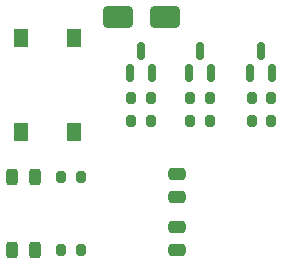
<source format=gbr>
%TF.GenerationSoftware,KiCad,Pcbnew,8.0.6-8.0.6-0~ubuntu24.04.1*%
%TF.CreationDate,2024-10-21T11:40:19+11:00*%
%TF.ProjectId,PCB-Receiver,5043422d-5265-4636-9569-7665722e6b69,rev?*%
%TF.SameCoordinates,Original*%
%TF.FileFunction,Paste,Top*%
%TF.FilePolarity,Positive*%
%FSLAX46Y46*%
G04 Gerber Fmt 4.6, Leading zero omitted, Abs format (unit mm)*
G04 Created by KiCad (PCBNEW 8.0.6-8.0.6-0~ubuntu24.04.1) date 2024-10-21 11:40:19*
%MOMM*%
%LPD*%
G01*
G04 APERTURE LIST*
G04 Aperture macros list*
%AMRoundRect*
0 Rectangle with rounded corners*
0 $1 Rounding radius*
0 $2 $3 $4 $5 $6 $7 $8 $9 X,Y pos of 4 corners*
0 Add a 4 corners polygon primitive as box body*
4,1,4,$2,$3,$4,$5,$6,$7,$8,$9,$2,$3,0*
0 Add four circle primitives for the rounded corners*
1,1,$1+$1,$2,$3*
1,1,$1+$1,$4,$5*
1,1,$1+$1,$6,$7*
1,1,$1+$1,$8,$9*
0 Add four rect primitives between the rounded corners*
20,1,$1+$1,$2,$3,$4,$5,0*
20,1,$1+$1,$4,$5,$6,$7,0*
20,1,$1+$1,$6,$7,$8,$9,0*
20,1,$1+$1,$8,$9,$2,$3,0*%
G04 Aperture macros list end*
%ADD10RoundRect,0.250000X-0.475000X0.250000X-0.475000X-0.250000X0.475000X-0.250000X0.475000X0.250000X0*%
%ADD11RoundRect,0.250000X0.475000X-0.250000X0.475000X0.250000X-0.475000X0.250000X-0.475000X-0.250000X0*%
%ADD12RoundRect,0.150000X0.150000X-0.587500X0.150000X0.587500X-0.150000X0.587500X-0.150000X-0.587500X0*%
%ADD13RoundRect,0.200000X0.200000X0.275000X-0.200000X0.275000X-0.200000X-0.275000X0.200000X-0.275000X0*%
%ADD14RoundRect,0.250000X1.000000X0.650000X-1.000000X0.650000X-1.000000X-0.650000X1.000000X-0.650000X0*%
%ADD15RoundRect,0.200000X-0.200000X-0.275000X0.200000X-0.275000X0.200000X0.275000X-0.200000X0.275000X0*%
%ADD16R,1.300000X1.550000*%
%ADD17RoundRect,0.243750X0.243750X0.456250X-0.243750X0.456250X-0.243750X-0.456250X0.243750X-0.456250X0*%
G04 APERTURE END LIST*
D10*
%TO.C,C2*%
X89000000Y-69550000D03*
X89000000Y-71450000D03*
%TD*%
D11*
%TO.C,C1*%
X89000000Y-75950000D03*
X89000000Y-74050000D03*
%TD*%
D12*
%TO.C,Q3*%
X90000000Y-61000000D03*
X91900000Y-61000000D03*
X90950000Y-59125000D03*
%TD*%
D13*
%TO.C,R1*%
X86775000Y-63062500D03*
X85125000Y-63062500D03*
%TD*%
%TO.C,R2*%
X86775000Y-65062500D03*
X85125000Y-65062500D03*
%TD*%
D14*
%TO.C,D1*%
X88000000Y-56250000D03*
X84000000Y-56250000D03*
%TD*%
D13*
%TO.C,R5*%
X91775000Y-63062500D03*
X90125000Y-63062500D03*
%TD*%
%TO.C,R3*%
X96950000Y-63062500D03*
X95300000Y-63062500D03*
%TD*%
D15*
%TO.C,R7*%
X79175000Y-76000000D03*
X80825000Y-76000000D03*
%TD*%
D12*
%TO.C,Q1*%
X85000000Y-61000000D03*
X86900000Y-61000000D03*
X85950000Y-59125000D03*
%TD*%
D13*
%TO.C,R6*%
X91775000Y-65062500D03*
X90125000Y-65062500D03*
%TD*%
D16*
%TO.C,SW1*%
X75750000Y-65975000D03*
X75750000Y-58025000D03*
X80250000Y-65975000D03*
X80250000Y-58025000D03*
%TD*%
D15*
%TO.C,R8*%
X79175000Y-69750000D03*
X80825000Y-69750000D03*
%TD*%
D12*
%TO.C,Q2*%
X95175000Y-61000000D03*
X97075000Y-61000000D03*
X96125000Y-59125000D03*
%TD*%
D17*
%TO.C,D2*%
X76937500Y-76000000D03*
X75062500Y-76000000D03*
%TD*%
D13*
%TO.C,R4*%
X96950000Y-65062500D03*
X95300000Y-65062500D03*
%TD*%
D17*
%TO.C,D3*%
X76937500Y-69750000D03*
X75062500Y-69750000D03*
%TD*%
M02*

</source>
